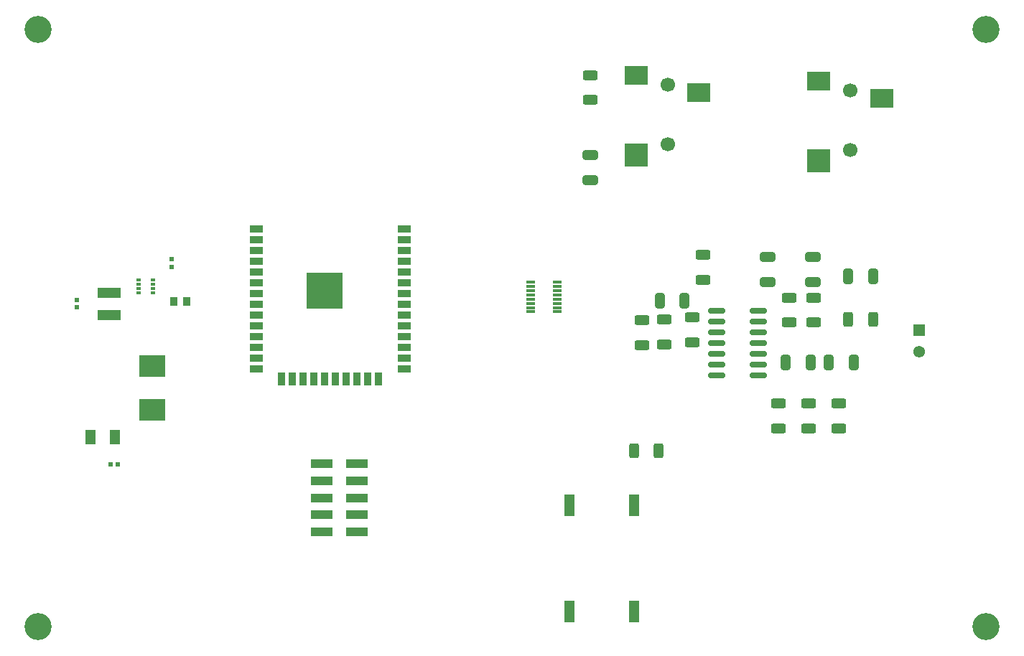
<source format=gbr>
%TF.GenerationSoftware,KiCad,Pcbnew,(6.0.11)*%
%TF.CreationDate,2023-02-28T10:49:06-05:00*%
%TF.ProjectId,RDNT_PCB,52444e54-5f50-4434-922e-6b696361645f,rev?*%
%TF.SameCoordinates,Original*%
%TF.FileFunction,Soldermask,Top*%
%TF.FilePolarity,Negative*%
%FSLAX46Y46*%
G04 Gerber Fmt 4.6, Leading zero omitted, Abs format (unit mm)*
G04 Created by KiCad (PCBNEW (6.0.11)) date 2023-02-28 10:49:06*
%MOMM*%
%LPD*%
G01*
G04 APERTURE LIST*
G04 Aperture macros list*
%AMRoundRect*
0 Rectangle with rounded corners*
0 $1 Rounding radius*
0 $2 $3 $4 $5 $6 $7 $8 $9 X,Y pos of 4 corners*
0 Add a 4 corners polygon primitive as box body*
4,1,4,$2,$3,$4,$5,$6,$7,$8,$9,$2,$3,0*
0 Add four circle primitives for the rounded corners*
1,1,$1+$1,$2,$3*
1,1,$1+$1,$4,$5*
1,1,$1+$1,$6,$7*
1,1,$1+$1,$8,$9*
0 Add four rect primitives between the rounded corners*
20,1,$1+$1,$2,$3,$4,$5,0*
20,1,$1+$1,$4,$5,$6,$7,0*
20,1,$1+$1,$6,$7,$8,$9,0*
20,1,$1+$1,$8,$9,$2,$3,0*%
G04 Aperture macros list end*
%ADD10RoundRect,0.250000X0.625000X-0.312500X0.625000X0.312500X-0.625000X0.312500X-0.625000X-0.312500X0*%
%ADD11RoundRect,0.250000X-0.325000X-0.650000X0.325000X-0.650000X0.325000X0.650000X-0.325000X0.650000X0*%
%ADD12C,3.200000*%
%ADD13R,2.580000X1.000000*%
%ADD14R,0.540000X0.600000*%
%ADD15R,1.200000X2.500000*%
%ADD16R,3.149600X2.565400*%
%ADD17R,1.500000X0.900000*%
%ADD18R,0.900000X1.500000*%
%ADD19R,4.200000X4.200000*%
%ADD20C,0.475000*%
%ADD21RoundRect,0.250000X0.650000X-0.325000X0.650000X0.325000X-0.650000X0.325000X-0.650000X-0.325000X0*%
%ADD22R,2.720000X1.260000*%
%ADD23R,1.378000X1.378000*%
%ADD24C,1.378000*%
%ADD25C,1.700000*%
%ADD26R,2.800000X2.200000*%
%ADD27R,2.800000X2.800000*%
%ADD28RoundRect,0.250000X0.312500X0.625000X-0.312500X0.625000X-0.312500X-0.625000X0.312500X-0.625000X0*%
%ADD29RoundRect,0.250000X0.325000X0.650000X-0.325000X0.650000X-0.325000X-0.650000X0.325000X-0.650000X0*%
%ADD30R,0.860000X0.980000*%
%ADD31RoundRect,0.250000X-0.650000X0.325000X-0.650000X-0.325000X0.650000X-0.325000X0.650000X0.325000X0*%
%ADD32RoundRect,0.250000X-0.625000X0.312500X-0.625000X-0.312500X0.625000X-0.312500X0.625000X0.312500X0*%
%ADD33RoundRect,0.150000X0.825000X0.150000X-0.825000X0.150000X-0.825000X-0.150000X0.825000X-0.150000X0*%
%ADD34R,0.600000X0.510000*%
%ADD35R,1.250000X1.820000*%
%ADD36R,0.977900X0.304800*%
%ADD37R,0.600000X0.540000*%
%ADD38R,0.475000X0.300000*%
G04 APERTURE END LIST*
D10*
%TO.C,R12*%
X144857199Y-106445901D03*
X144857199Y-103520901D03*
%TD*%
D11*
%TO.C,C7*%
X146962199Y-101223401D03*
X149912199Y-101223401D03*
%TD*%
D12*
%TO.C,H3*%
X185420000Y-139700000D03*
%TD*%
D13*
%TO.C,J3*%
X111252000Y-128492000D03*
X107082000Y-128492000D03*
X111252000Y-126492000D03*
X107082000Y-126492000D03*
X111252000Y-124492000D03*
X107082000Y-124492000D03*
X111252000Y-122492000D03*
X107082000Y-122492000D03*
X111252000Y-120492000D03*
X107082000Y-120492000D03*
%TD*%
D14*
%TO.C,C_inx1*%
X82194200Y-120524200D03*
X83058200Y-120524200D03*
%TD*%
D15*
%TO.C,SW1*%
X143916400Y-137872800D03*
X143916400Y-125372800D03*
X136296400Y-137872800D03*
X136296400Y-125372800D03*
%TD*%
D16*
%TO.C,L1*%
X87122000Y-114071400D03*
X87122000Y-108940600D03*
%TD*%
D10*
%TO.C,R1*%
X160985200Y-116295900D03*
X160985200Y-113370900D03*
%TD*%
D17*
%TO.C,U2*%
X99372000Y-92736000D03*
X99372000Y-94006000D03*
X99372000Y-95276000D03*
X99372000Y-96546000D03*
X99372000Y-97816000D03*
X99372000Y-99086000D03*
X99372000Y-100356000D03*
X99372000Y-101626000D03*
X99372000Y-102896000D03*
X99372000Y-104166000D03*
X99372000Y-105436000D03*
X99372000Y-106706000D03*
X99372000Y-107976000D03*
X99372000Y-109246000D03*
D18*
X102412000Y-110496000D03*
X103682000Y-110496000D03*
X104952000Y-110496000D03*
X106222000Y-110496000D03*
X107492000Y-110496000D03*
X108762000Y-110496000D03*
X110032000Y-110496000D03*
X111302000Y-110496000D03*
X112572000Y-110496000D03*
X113842000Y-110496000D03*
D17*
X116872000Y-109246000D03*
X116872000Y-107976000D03*
X116872000Y-106706000D03*
X116872000Y-105436000D03*
X116872000Y-104166000D03*
X116872000Y-102896000D03*
X116872000Y-101626000D03*
X116872000Y-100356000D03*
X116872000Y-99086000D03*
X116872000Y-97816000D03*
X116872000Y-96546000D03*
X116872000Y-95276000D03*
X116872000Y-94006000D03*
X116872000Y-92736000D03*
D19*
X107442000Y-100076000D03*
D20*
X107442000Y-99313500D03*
X108204500Y-100076000D03*
X108204500Y-101601000D03*
X108204500Y-98551000D03*
X106679500Y-100076000D03*
X106679500Y-98551000D03*
X106679500Y-101601000D03*
X105917000Y-100838500D03*
X107442000Y-100838500D03*
X108967000Y-99313500D03*
X105917000Y-99313500D03*
X108967000Y-100838500D03*
%TD*%
D21*
%TO.C,C5*%
X138750000Y-84047000D03*
X138750000Y-86997000D03*
%TD*%
D10*
%TO.C,R3*%
X164541200Y-116295900D03*
X164541200Y-113370900D03*
%TD*%
D22*
%TO.C,C_out1*%
X82042000Y-102930000D03*
X82042000Y-100270000D03*
%TD*%
D23*
%TO.C,MK1*%
X177527200Y-104673400D03*
D24*
X177527200Y-107213400D03*
%TD*%
D25*
%TO.C,J1*%
X169443400Y-76417800D03*
X169443400Y-83417800D03*
D26*
X173143400Y-77317800D03*
X165743400Y-75317800D03*
D27*
X165743400Y-84717800D03*
%TD*%
D28*
%TO.C,R9*%
X146843900Y-118922800D03*
X143918900Y-118922800D03*
%TD*%
D12*
%TO.C,H2*%
X73660000Y-139700000D03*
%TD*%
D10*
%TO.C,R6*%
X147523200Y-106389900D03*
X147523200Y-103464900D03*
%TD*%
D29*
%TO.C,C6*%
X172112200Y-98323400D03*
X169162200Y-98323400D03*
%TD*%
D30*
%TO.C,R_fbt1*%
X91189000Y-101346000D03*
X89659000Y-101346000D03*
%TD*%
D12*
%TO.C,H4*%
X185420000Y-69215000D03*
%TD*%
%TO.C,H1*%
X73660000Y-69240000D03*
%TD*%
D28*
%TO.C,R4*%
X172099700Y-103403400D03*
X169174700Y-103403400D03*
%TD*%
D31*
%TO.C,C3*%
X165049200Y-96086400D03*
X165049200Y-99036400D03*
%TD*%
D11*
%TO.C,C2*%
X161796200Y-108483401D03*
X164746200Y-108483401D03*
%TD*%
D32*
%TO.C,R5*%
X165077199Y-100870901D03*
X165077199Y-103795901D03*
%TD*%
D27*
%TO.C,J2*%
X144190000Y-84050000D03*
D26*
X144190000Y-74650000D03*
X151590000Y-76650000D03*
D25*
X147890000Y-82750000D03*
X147890000Y-75750000D03*
%TD*%
D33*
%TO.C,U6*%
X158634200Y-110007400D03*
X158634200Y-108737400D03*
X158634200Y-107467400D03*
X158634200Y-106197400D03*
X158634200Y-104927400D03*
X158634200Y-103657400D03*
X158634200Y-102387400D03*
X153684200Y-102387400D03*
X153684200Y-103657400D03*
X153684200Y-104927400D03*
X153684200Y-106197400D03*
X153684200Y-107467400D03*
X153684200Y-108737400D03*
X153684200Y-110007400D03*
%TD*%
D34*
%TO.C,R_fbb1*%
X89408000Y-97219000D03*
X89408000Y-96329000D03*
%TD*%
D35*
%TO.C,C_in1*%
X79850000Y-117348000D03*
X82710000Y-117348000D03*
%TD*%
D36*
%TO.C,U1*%
X131794450Y-99036759D03*
X131794450Y-99536885D03*
X131794450Y-100037011D03*
X131794450Y-100537137D03*
X131794450Y-101037263D03*
X131794450Y-101537389D03*
X131794450Y-102037515D03*
X131794450Y-102537641D03*
X134880550Y-102537641D03*
X134880550Y-102037515D03*
X134880550Y-101537389D03*
X134880550Y-101037263D03*
X134880550Y-100537137D03*
X134880550Y-100037011D03*
X134880550Y-99536885D03*
X134880550Y-99036759D03*
%TD*%
D37*
%TO.C,C_boot1*%
X78232000Y-102032000D03*
X78232000Y-101168000D03*
%TD*%
D10*
%TO.C,R2*%
X168097200Y-113370900D03*
X168097200Y-116295900D03*
%TD*%
D38*
%TO.C,IC1*%
X87198000Y-98818000D03*
X87198000Y-99318000D03*
X87198000Y-99818000D03*
X87198000Y-100318000D03*
X85522000Y-100318000D03*
X85522000Y-99818000D03*
X85522000Y-99318000D03*
X85522000Y-98818000D03*
%TD*%
D31*
%TO.C,C4*%
X159715200Y-96086400D03*
X159715200Y-99036400D03*
%TD*%
D10*
%TO.C,R10*%
X162207199Y-103795901D03*
X162207199Y-100870901D03*
%TD*%
%TO.C,R11*%
X138750000Y-74639500D03*
X138750000Y-77564500D03*
%TD*%
%TO.C,R8*%
X152095200Y-98769900D03*
X152095200Y-95844900D03*
%TD*%
D32*
%TO.C,R7*%
X150825200Y-103210900D03*
X150825200Y-106135900D03*
%TD*%
D29*
%TO.C,C1*%
X169826199Y-108483401D03*
X166876199Y-108483401D03*
%TD*%
M02*

</source>
